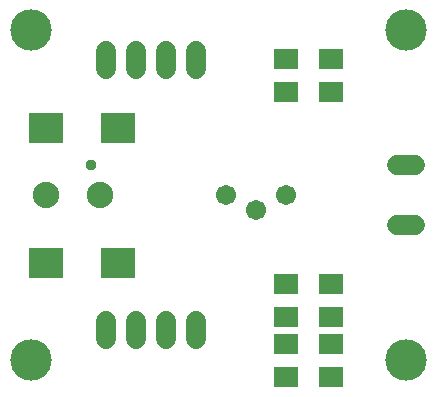
<source format=gts>
G75*
%MOIN*%
%OFA0B0*%
%FSLAX25Y25*%
%IPPOS*%
%LPD*%
%AMOC8*
5,1,8,0,0,1.08239X$1,22.5*
%
%ADD10C,0.06800*%
%ADD11R,0.11824X0.10249*%
%ADD12C,0.08800*%
%ADD13C,0.06706*%
%ADD14R,0.07887X0.07099*%
%ADD15C,0.13792*%
%ADD16C,0.03778*%
D10*
X0082595Y0060933D02*
X0082595Y0066933D01*
X0092595Y0066933D02*
X0092595Y0060933D01*
X0102595Y0060933D02*
X0102595Y0066933D01*
X0112595Y0066933D02*
X0112595Y0060933D01*
X0179595Y0098933D02*
X0185595Y0098933D01*
X0185595Y0118933D02*
X0179595Y0118933D01*
X0112595Y0150933D02*
X0112595Y0156933D01*
X0102595Y0156933D02*
X0102595Y0150933D01*
X0092595Y0150933D02*
X0092595Y0156933D01*
X0082595Y0156933D02*
X0082595Y0150933D01*
D11*
X0086611Y0131374D03*
X0062595Y0131374D03*
X0062595Y0086492D03*
X0086611Y0086492D03*
D12*
X0080595Y0108933D03*
X0062595Y0108933D03*
D13*
X0122595Y0108933D03*
X0132595Y0103933D03*
X0142595Y0108933D03*
D14*
X0142595Y0079445D03*
X0142595Y0068421D03*
X0142595Y0059445D03*
X0142595Y0048421D03*
X0157595Y0048421D03*
X0157595Y0059445D03*
X0157595Y0068421D03*
X0157595Y0079445D03*
X0157595Y0143421D03*
X0157595Y0154445D03*
X0142595Y0154445D03*
X0142595Y0143421D03*
D15*
X0057595Y0053933D03*
X0057595Y0163933D03*
X0182595Y0163933D03*
X0182595Y0053933D03*
D16*
X0077595Y0118933D03*
M02*

</source>
